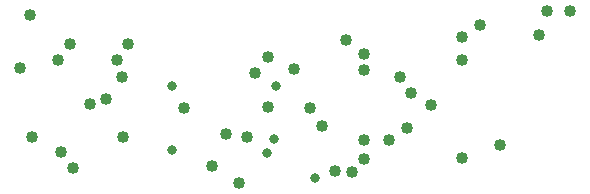
<source format=gbr>
G04 DipTrace 2.2.0.9*
%INBottomPaste.gbr*%
%MOIN*%
%ADD26C,0.04*%
%ADD32C,0.032*%
%FSLAX44Y44*%
%SFA1B1*%
%OFA0B0*%
G04*
G70*
G90*
G75*
G01*
%LNBotPaste*%
%LPD*%
D32*
X17050Y5800D3*
X12280Y8850D3*
X12300Y6720D3*
X15450Y6630D3*
X15680Y7110D3*
X15770Y8850D3*
D26*
X10820Y10262D3*
X8880D3*
X10445Y9732D3*
X8485D3*
X7574Y11225D3*
X7624Y7180D3*
X8999Y6134D3*
X12680Y8130D3*
X10643Y9180D3*
X10660Y7180D3*
X22560Y10910D3*
X7229Y9465D3*
X9560Y8254D3*
X23234Y6909D3*
X24539Y10580D3*
X8604Y6664D3*
X13630Y6210D3*
X18691Y7061D3*
X19535D3*
X14100Y7282D3*
X20275Y8640D3*
X25550Y11370D3*
X24798D3*
X14794Y7179D3*
X16899Y8136D3*
X21957Y6461D3*
Y9725D3*
Y10515D3*
X15510Y8160D3*
X14535Y5620D3*
X18691Y6424D3*
X17732Y6029D3*
X18296Y5995D3*
X17294Y7542D3*
X20140Y7456D3*
X20940Y8245D3*
X19880Y9151D3*
X18691Y9416D3*
X18090Y10384D3*
X18691Y9946D3*
X16369Y9440D3*
X15504Y9835D3*
X15077Y9295D3*
X10090Y8427D3*
M02*

</source>
